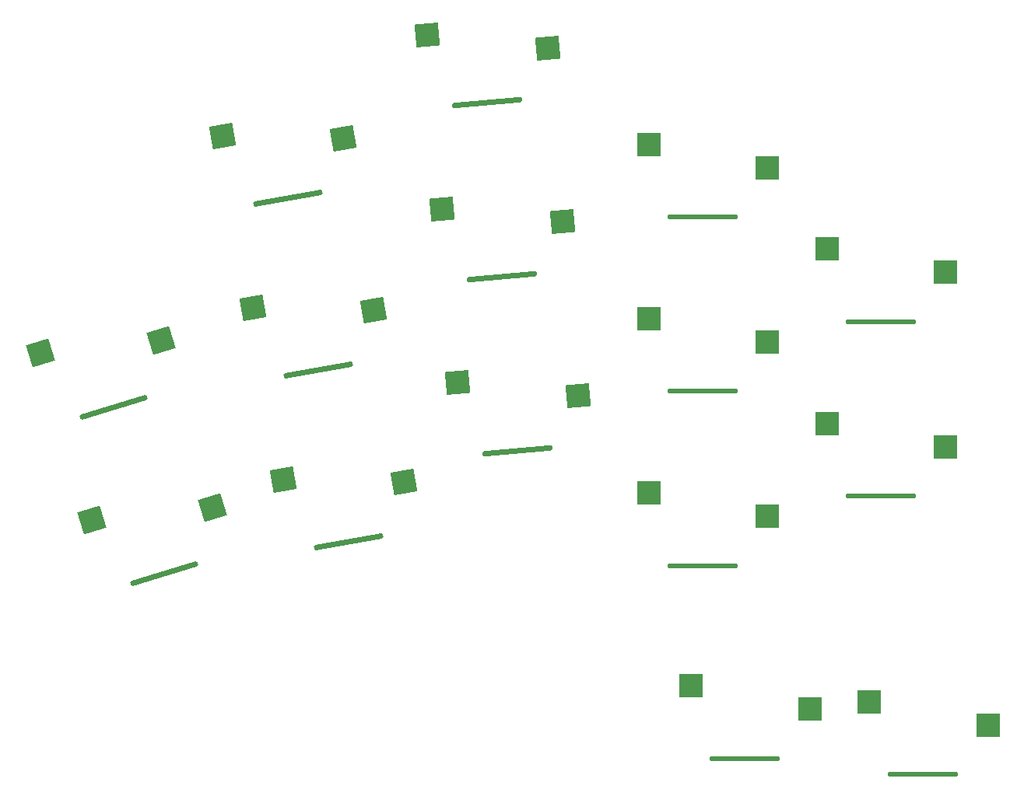
<source format=gbr>
%TF.GenerationSoftware,KiCad,Pcbnew,7.0.2*%
%TF.CreationDate,2023-09-29T14:12:54+02:00*%
%TF.ProjectId,wizza,77697a7a-612e-46b6-9963-61645f706362,v1.0.0*%
%TF.SameCoordinates,Original*%
%TF.FileFunction,Paste,Top*%
%TF.FilePolarity,Positive*%
%FSLAX46Y46*%
G04 Gerber Fmt 4.6, Leading zero omitted, Abs format (unit mm)*
G04 Created by KiCad (PCBNEW 7.0.2) date 2023-09-29 14:12:54*
%MOMM*%
%LPD*%
G01*
G04 APERTURE LIST*
G04 Aperture macros list*
%AMRoundRect*
0 Rectangle with rounded corners*
0 $1 Rounding radius*
0 $2 $3 $4 $5 $6 $7 $8 $9 X,Y pos of 4 corners*
0 Add a 4 corners polygon primitive as box body*
4,1,4,$2,$3,$4,$5,$6,$7,$8,$9,$2,$3,0*
0 Add four circle primitives for the rounded corners*
1,1,$1+$1,$2,$3*
1,1,$1+$1,$4,$5*
1,1,$1+$1,$6,$7*
1,1,$1+$1,$8,$9*
0 Add four rect primitives between the rounded corners*
20,1,$1+$1,$2,$3,$4,$5,0*
20,1,$1+$1,$4,$5,$6,$7,0*
20,1,$1+$1,$6,$7,$8,$9,0*
20,1,$1+$1,$8,$9,$2,$3,0*%
%AMRotRect*
0 Rectangle, with rotation*
0 The origin of the aperture is its center*
0 $1 length*
0 $2 width*
0 $3 Rotation angle, in degrees counterclockwise*
0 Add horizontal line*
21,1,$1,$2,0,0,$3*%
G04 Aperture macros list end*
%ADD10RotRect,2.550000X2.500000X5.000000*%
%ADD11RoundRect,0.147609X3.635590X0.466246X-3.661319X-0.172151X-3.635590X-0.466246X3.661319X0.172151X0*%
%ADD12RotRect,2.550000X2.500000X10.000000*%
%ADD13RoundRect,0.147609X3.581119X0.781334X-3.632383X-0.490601X-3.581119X-0.781334X3.632383X0.490601X0*%
%ADD14RotRect,2.550000X2.500000X17.000000*%
%ADD15RoundRect,0.147609X3.459205X1.211939X-3.545519X-0.929620X-3.459205X-1.211939X3.545519X0.929620X0*%
%ADD16R,2.550000X2.500000*%
%ADD17RoundRect,0.147609X3.662391X0.147609X-3.662391X0.147609X-3.662391X-0.147609X3.662391X-0.147609X0*%
G04 APERTURE END LIST*
D10*
%TO.C,S7*%
X255927488Y-81357884D03*
D11*
X249337930Y-87330146D03*
D10*
X242828303Y-79954212D03*
%TD*%
%TO.C,S8*%
X254271529Y-62430185D03*
D11*
X247681971Y-68402447D03*
D10*
X241172344Y-61026513D03*
%TD*%
D12*
%TO.C,S4*%
X235362718Y-90956788D03*
D13*
X229318751Y-97480642D03*
D12*
X222191041Y-90700126D03*
%TD*%
D14*
%TO.C,S1*%
X217798981Y-112488373D03*
D15*
X212595124Y-119700173D03*
D14*
X204694205Y-113838848D03*
%TD*%
D16*
%TO.C,S9*%
X278200601Y-113446367D03*
X265273601Y-110906367D03*
D17*
X271115601Y-118821585D03*
%TD*%
D16*
%TO.C,S12*%
X297600601Y-105846367D03*
D17*
X290515601Y-111221585D03*
D16*
X284673601Y-103306367D03*
%TD*%
%TO.C,S14*%
X282825601Y-134446367D03*
X269898601Y-131906367D03*
D17*
X275740601Y-139821585D03*
%TD*%
D12*
%TO.C,S3*%
X238662034Y-109668135D03*
X225490357Y-109411473D03*
D13*
X232618067Y-116191989D03*
%TD*%
D10*
%TO.C,S6*%
X257583448Y-100285583D03*
X244484263Y-98881911D03*
D11*
X250993890Y-106257845D03*
%TD*%
D16*
%TO.C,S15*%
X302225601Y-136156367D03*
X289298601Y-133616367D03*
D17*
X295140601Y-141531585D03*
%TD*%
D16*
%TO.C,S11*%
X278200601Y-75446367D03*
D17*
X271115601Y-80821585D03*
D16*
X265273601Y-72906367D03*
%TD*%
D14*
%TO.C,S2*%
X212243918Y-94318582D03*
X199139142Y-95669057D03*
D15*
X207040061Y-101530382D03*
%TD*%
D16*
%TO.C,S13*%
X297600601Y-86846367D03*
D17*
X290515601Y-92221585D03*
D16*
X284673601Y-84306367D03*
%TD*%
D12*
%TO.C,S5*%
X232063403Y-72245441D03*
D13*
X226019436Y-78769295D03*
D12*
X218891726Y-71988779D03*
%TD*%
D16*
%TO.C,S10*%
X278200601Y-94446367D03*
D17*
X271115601Y-99821585D03*
D16*
X265273601Y-91906367D03*
%TD*%
M02*

</source>
